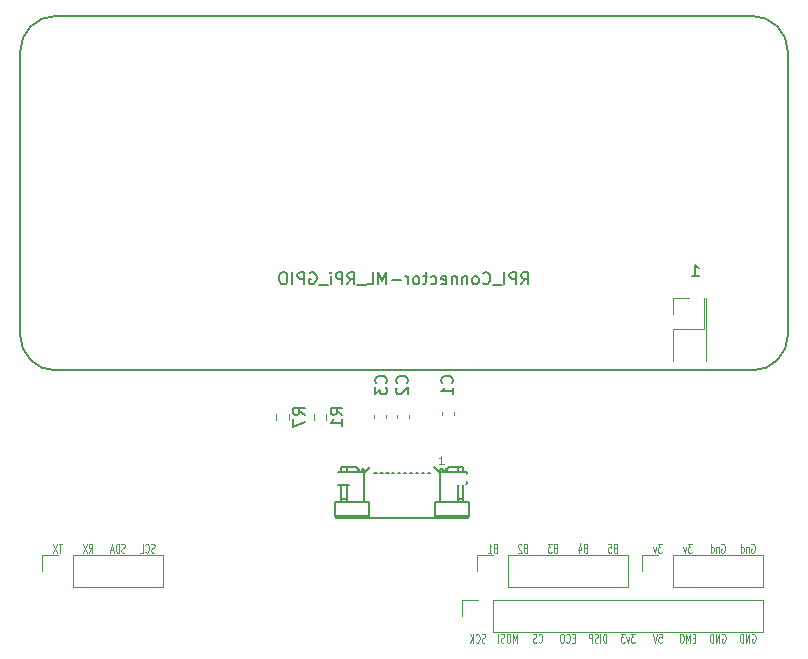
<source format=gbr>
%TF.GenerationSoftware,KiCad,Pcbnew,(5.1.9)-1*%
%TF.CreationDate,2021-11-21T17:51:24+01:00*%
%TF.ProjectId,MemoryBrakout,4d656d6f-7279-4427-9261-6b6f75742e6b,rev?*%
%TF.SameCoordinates,Original*%
%TF.FileFunction,Legend,Bot*%
%TF.FilePolarity,Positive*%
%FSLAX46Y46*%
G04 Gerber Fmt 4.6, Leading zero omitted, Abs format (unit mm)*
G04 Created by KiCad (PCBNEW (5.1.9)-1) date 2021-11-21 17:51:24*
%MOMM*%
%LPD*%
G01*
G04 APERTURE LIST*
%ADD10C,0.125000*%
%ADD11C,0.120000*%
%ADD12C,0.150000*%
%ADD13C,0.200000*%
%ADD14C,0.080000*%
G04 APERTURE END LIST*
D10*
X211200952Y-100590000D02*
X211248571Y-100554285D01*
X211320000Y-100554285D01*
X211391428Y-100590000D01*
X211439047Y-100661428D01*
X211462857Y-100732857D01*
X211486666Y-100875714D01*
X211486666Y-100982857D01*
X211462857Y-101125714D01*
X211439047Y-101197142D01*
X211391428Y-101268571D01*
X211320000Y-101304285D01*
X211272380Y-101304285D01*
X211200952Y-101268571D01*
X211177142Y-101232857D01*
X211177142Y-100982857D01*
X211272380Y-100982857D01*
X210962857Y-101304285D02*
X210962857Y-100554285D01*
X210677142Y-101304285D01*
X210677142Y-100554285D01*
X210439047Y-101304285D02*
X210439047Y-100554285D01*
X210320000Y-100554285D01*
X210248571Y-100590000D01*
X210200952Y-100661428D01*
X210177142Y-100732857D01*
X210153333Y-100875714D01*
X210153333Y-100982857D01*
X210177142Y-101125714D01*
X210200952Y-101197142D01*
X210248571Y-101268571D01*
X210320000Y-101304285D01*
X210439047Y-101304285D01*
X208660952Y-100590000D02*
X208708571Y-100554285D01*
X208780000Y-100554285D01*
X208851428Y-100590000D01*
X208899047Y-100661428D01*
X208922857Y-100732857D01*
X208946666Y-100875714D01*
X208946666Y-100982857D01*
X208922857Y-101125714D01*
X208899047Y-101197142D01*
X208851428Y-101268571D01*
X208780000Y-101304285D01*
X208732380Y-101304285D01*
X208660952Y-101268571D01*
X208637142Y-101232857D01*
X208637142Y-100982857D01*
X208732380Y-100982857D01*
X208422857Y-101304285D02*
X208422857Y-100554285D01*
X208137142Y-101304285D01*
X208137142Y-100554285D01*
X207899047Y-101304285D02*
X207899047Y-100554285D01*
X207780000Y-100554285D01*
X207708571Y-100590000D01*
X207660952Y-100661428D01*
X207637142Y-100732857D01*
X207613333Y-100875714D01*
X207613333Y-100982857D01*
X207637142Y-101125714D01*
X207660952Y-101197142D01*
X207708571Y-101268571D01*
X207780000Y-101304285D01*
X207899047Y-101304285D01*
X206394761Y-100911428D02*
X206228095Y-100911428D01*
X206156666Y-101304285D02*
X206394761Y-101304285D01*
X206394761Y-100554285D01*
X206156666Y-100554285D01*
X205942380Y-101304285D02*
X205942380Y-100554285D01*
X205775714Y-101090000D01*
X205609047Y-100554285D01*
X205609047Y-101304285D01*
X205275714Y-100554285D02*
X205180476Y-100554285D01*
X205132857Y-100590000D01*
X205085238Y-100661428D01*
X205061428Y-100804285D01*
X205061428Y-101054285D01*
X205085238Y-101197142D01*
X205132857Y-101268571D01*
X205180476Y-101304285D01*
X205275714Y-101304285D01*
X205323333Y-101268571D01*
X205370952Y-101197142D01*
X205394761Y-101054285D01*
X205394761Y-100804285D01*
X205370952Y-100661428D01*
X205323333Y-100590000D01*
X205275714Y-100554285D01*
X203295238Y-100554285D02*
X203533333Y-100554285D01*
X203557142Y-100911428D01*
X203533333Y-100875714D01*
X203485714Y-100840000D01*
X203366666Y-100840000D01*
X203319047Y-100875714D01*
X203295238Y-100911428D01*
X203271428Y-100982857D01*
X203271428Y-101161428D01*
X203295238Y-101232857D01*
X203319047Y-101268571D01*
X203366666Y-101304285D01*
X203485714Y-101304285D01*
X203533333Y-101268571D01*
X203557142Y-101232857D01*
X203128571Y-100554285D02*
X202961904Y-101304285D01*
X202795238Y-100554285D01*
X201255238Y-100554285D02*
X200945714Y-100554285D01*
X201112380Y-100840000D01*
X201040952Y-100840000D01*
X200993333Y-100875714D01*
X200969523Y-100911428D01*
X200945714Y-100982857D01*
X200945714Y-101161428D01*
X200969523Y-101232857D01*
X200993333Y-101268571D01*
X201040952Y-101304285D01*
X201183809Y-101304285D01*
X201231428Y-101268571D01*
X201255238Y-101232857D01*
X200779047Y-100804285D02*
X200660000Y-101304285D01*
X200540952Y-100804285D01*
X200398095Y-100554285D02*
X200088571Y-100554285D01*
X200255238Y-100840000D01*
X200183809Y-100840000D01*
X200136190Y-100875714D01*
X200112380Y-100911428D01*
X200088571Y-100982857D01*
X200088571Y-101161428D01*
X200112380Y-101232857D01*
X200136190Y-101268571D01*
X200183809Y-101304285D01*
X200326666Y-101304285D01*
X200374285Y-101268571D01*
X200398095Y-101232857D01*
X198858095Y-101304285D02*
X198858095Y-100554285D01*
X198739047Y-100554285D01*
X198667619Y-100590000D01*
X198620000Y-100661428D01*
X198596190Y-100732857D01*
X198572380Y-100875714D01*
X198572380Y-100982857D01*
X198596190Y-101125714D01*
X198620000Y-101197142D01*
X198667619Y-101268571D01*
X198739047Y-101304285D01*
X198858095Y-101304285D01*
X198358095Y-101304285D02*
X198358095Y-100554285D01*
X198143809Y-101268571D02*
X198072380Y-101304285D01*
X197953333Y-101304285D01*
X197905714Y-101268571D01*
X197881904Y-101232857D01*
X197858095Y-101161428D01*
X197858095Y-101090000D01*
X197881904Y-101018571D01*
X197905714Y-100982857D01*
X197953333Y-100947142D01*
X198048571Y-100911428D01*
X198096190Y-100875714D01*
X198120000Y-100840000D01*
X198143809Y-100768571D01*
X198143809Y-100697142D01*
X198120000Y-100625714D01*
X198096190Y-100590000D01*
X198048571Y-100554285D01*
X197929523Y-100554285D01*
X197858095Y-100590000D01*
X197643809Y-101304285D02*
X197643809Y-100554285D01*
X197453333Y-100554285D01*
X197405714Y-100590000D01*
X197381904Y-100625714D01*
X197358095Y-100697142D01*
X197358095Y-100804285D01*
X197381904Y-100875714D01*
X197405714Y-100911428D01*
X197453333Y-100947142D01*
X197643809Y-100947142D01*
X196199047Y-100911428D02*
X196032380Y-100911428D01*
X195960952Y-101304285D02*
X196199047Y-101304285D01*
X196199047Y-100554285D01*
X195960952Y-100554285D01*
X195460952Y-101232857D02*
X195484761Y-101268571D01*
X195556190Y-101304285D01*
X195603809Y-101304285D01*
X195675238Y-101268571D01*
X195722857Y-101197142D01*
X195746666Y-101125714D01*
X195770476Y-100982857D01*
X195770476Y-100875714D01*
X195746666Y-100732857D01*
X195722857Y-100661428D01*
X195675238Y-100590000D01*
X195603809Y-100554285D01*
X195556190Y-100554285D01*
X195484761Y-100590000D01*
X195460952Y-100625714D01*
X195151428Y-100554285D02*
X195056190Y-100554285D01*
X195008571Y-100590000D01*
X194960952Y-100661428D01*
X194937142Y-100804285D01*
X194937142Y-101054285D01*
X194960952Y-101197142D01*
X195008571Y-101268571D01*
X195056190Y-101304285D01*
X195151428Y-101304285D01*
X195199047Y-101268571D01*
X195246666Y-101197142D01*
X195270476Y-101054285D01*
X195270476Y-100804285D01*
X195246666Y-100661428D01*
X195199047Y-100590000D01*
X195151428Y-100554285D01*
X193123333Y-101232857D02*
X193147142Y-101268571D01*
X193218571Y-101304285D01*
X193266190Y-101304285D01*
X193337619Y-101268571D01*
X193385238Y-101197142D01*
X193409047Y-101125714D01*
X193432857Y-100982857D01*
X193432857Y-100875714D01*
X193409047Y-100732857D01*
X193385238Y-100661428D01*
X193337619Y-100590000D01*
X193266190Y-100554285D01*
X193218571Y-100554285D01*
X193147142Y-100590000D01*
X193123333Y-100625714D01*
X192932857Y-101268571D02*
X192861428Y-101304285D01*
X192742380Y-101304285D01*
X192694761Y-101268571D01*
X192670952Y-101232857D01*
X192647142Y-101161428D01*
X192647142Y-101090000D01*
X192670952Y-101018571D01*
X192694761Y-100982857D01*
X192742380Y-100947142D01*
X192837619Y-100911428D01*
X192885238Y-100875714D01*
X192909047Y-100840000D01*
X192932857Y-100768571D01*
X192932857Y-100697142D01*
X192909047Y-100625714D01*
X192885238Y-100590000D01*
X192837619Y-100554285D01*
X192718571Y-100554285D01*
X192647142Y-100590000D01*
X191285714Y-101304285D02*
X191285714Y-100554285D01*
X191119047Y-101090000D01*
X190952380Y-100554285D01*
X190952380Y-101304285D01*
X190619047Y-100554285D02*
X190523809Y-100554285D01*
X190476190Y-100590000D01*
X190428571Y-100661428D01*
X190404761Y-100804285D01*
X190404761Y-101054285D01*
X190428571Y-101197142D01*
X190476190Y-101268571D01*
X190523809Y-101304285D01*
X190619047Y-101304285D01*
X190666666Y-101268571D01*
X190714285Y-101197142D01*
X190738095Y-101054285D01*
X190738095Y-100804285D01*
X190714285Y-100661428D01*
X190666666Y-100590000D01*
X190619047Y-100554285D01*
X190214285Y-101268571D02*
X190142857Y-101304285D01*
X190023809Y-101304285D01*
X189976190Y-101268571D01*
X189952380Y-101232857D01*
X189928571Y-101161428D01*
X189928571Y-101090000D01*
X189952380Y-101018571D01*
X189976190Y-100982857D01*
X190023809Y-100947142D01*
X190119047Y-100911428D01*
X190166666Y-100875714D01*
X190190476Y-100840000D01*
X190214285Y-100768571D01*
X190214285Y-100697142D01*
X190190476Y-100625714D01*
X190166666Y-100590000D01*
X190119047Y-100554285D01*
X190000000Y-100554285D01*
X189928571Y-100590000D01*
X189714285Y-101304285D02*
X189714285Y-100554285D01*
X188602857Y-101268571D02*
X188531428Y-101304285D01*
X188412380Y-101304285D01*
X188364761Y-101268571D01*
X188340952Y-101232857D01*
X188317142Y-101161428D01*
X188317142Y-101090000D01*
X188340952Y-101018571D01*
X188364761Y-100982857D01*
X188412380Y-100947142D01*
X188507619Y-100911428D01*
X188555238Y-100875714D01*
X188579047Y-100840000D01*
X188602857Y-100768571D01*
X188602857Y-100697142D01*
X188579047Y-100625714D01*
X188555238Y-100590000D01*
X188507619Y-100554285D01*
X188388571Y-100554285D01*
X188317142Y-100590000D01*
X187817142Y-101232857D02*
X187840952Y-101268571D01*
X187912380Y-101304285D01*
X187960000Y-101304285D01*
X188031428Y-101268571D01*
X188079047Y-101197142D01*
X188102857Y-101125714D01*
X188126666Y-100982857D01*
X188126666Y-100875714D01*
X188102857Y-100732857D01*
X188079047Y-100661428D01*
X188031428Y-100590000D01*
X187960000Y-100554285D01*
X187912380Y-100554285D01*
X187840952Y-100590000D01*
X187817142Y-100625714D01*
X187602857Y-101304285D02*
X187602857Y-100554285D01*
X187317142Y-101304285D02*
X187531428Y-100875714D01*
X187317142Y-100554285D02*
X187602857Y-100982857D01*
X211141428Y-92970000D02*
X211189047Y-92934285D01*
X211260476Y-92934285D01*
X211331904Y-92970000D01*
X211379523Y-93041428D01*
X211403333Y-93112857D01*
X211427142Y-93255714D01*
X211427142Y-93362857D01*
X211403333Y-93505714D01*
X211379523Y-93577142D01*
X211331904Y-93648571D01*
X211260476Y-93684285D01*
X211212857Y-93684285D01*
X211141428Y-93648571D01*
X211117619Y-93612857D01*
X211117619Y-93362857D01*
X211212857Y-93362857D01*
X210903333Y-93184285D02*
X210903333Y-93684285D01*
X210903333Y-93255714D02*
X210879523Y-93220000D01*
X210831904Y-93184285D01*
X210760476Y-93184285D01*
X210712857Y-93220000D01*
X210689047Y-93291428D01*
X210689047Y-93684285D01*
X210236666Y-93684285D02*
X210236666Y-92934285D01*
X210236666Y-93648571D02*
X210284285Y-93684285D01*
X210379523Y-93684285D01*
X210427142Y-93648571D01*
X210450952Y-93612857D01*
X210474761Y-93541428D01*
X210474761Y-93327142D01*
X210450952Y-93255714D01*
X210427142Y-93220000D01*
X210379523Y-93184285D01*
X210284285Y-93184285D01*
X210236666Y-93220000D01*
X208601428Y-92970000D02*
X208649047Y-92934285D01*
X208720476Y-92934285D01*
X208791904Y-92970000D01*
X208839523Y-93041428D01*
X208863333Y-93112857D01*
X208887142Y-93255714D01*
X208887142Y-93362857D01*
X208863333Y-93505714D01*
X208839523Y-93577142D01*
X208791904Y-93648571D01*
X208720476Y-93684285D01*
X208672857Y-93684285D01*
X208601428Y-93648571D01*
X208577619Y-93612857D01*
X208577619Y-93362857D01*
X208672857Y-93362857D01*
X208363333Y-93184285D02*
X208363333Y-93684285D01*
X208363333Y-93255714D02*
X208339523Y-93220000D01*
X208291904Y-93184285D01*
X208220476Y-93184285D01*
X208172857Y-93220000D01*
X208149047Y-93291428D01*
X208149047Y-93684285D01*
X207696666Y-93684285D02*
X207696666Y-92934285D01*
X207696666Y-93648571D02*
X207744285Y-93684285D01*
X207839523Y-93684285D01*
X207887142Y-93648571D01*
X207910952Y-93612857D01*
X207934761Y-93541428D01*
X207934761Y-93327142D01*
X207910952Y-93255714D01*
X207887142Y-93220000D01*
X207839523Y-93184285D01*
X207744285Y-93184285D01*
X207696666Y-93220000D01*
X203557142Y-92934285D02*
X203247619Y-92934285D01*
X203414285Y-93220000D01*
X203342857Y-93220000D01*
X203295238Y-93255714D01*
X203271428Y-93291428D01*
X203247619Y-93362857D01*
X203247619Y-93541428D01*
X203271428Y-93612857D01*
X203295238Y-93648571D01*
X203342857Y-93684285D01*
X203485714Y-93684285D01*
X203533333Y-93648571D01*
X203557142Y-93612857D01*
X203080952Y-93184285D02*
X202961904Y-93684285D01*
X202842857Y-93184285D01*
X206097142Y-92934285D02*
X205787619Y-92934285D01*
X205954285Y-93220000D01*
X205882857Y-93220000D01*
X205835238Y-93255714D01*
X205811428Y-93291428D01*
X205787619Y-93362857D01*
X205787619Y-93541428D01*
X205811428Y-93612857D01*
X205835238Y-93648571D01*
X205882857Y-93684285D01*
X206025714Y-93684285D01*
X206073333Y-93648571D01*
X206097142Y-93612857D01*
X205620952Y-93184285D02*
X205501904Y-93684285D01*
X205382857Y-93184285D01*
X199592380Y-93291428D02*
X199520952Y-93327142D01*
X199497142Y-93362857D01*
X199473333Y-93434285D01*
X199473333Y-93541428D01*
X199497142Y-93612857D01*
X199520952Y-93648571D01*
X199568571Y-93684285D01*
X199759047Y-93684285D01*
X199759047Y-92934285D01*
X199592380Y-92934285D01*
X199544761Y-92970000D01*
X199520952Y-93005714D01*
X199497142Y-93077142D01*
X199497142Y-93148571D01*
X199520952Y-93220000D01*
X199544761Y-93255714D01*
X199592380Y-93291428D01*
X199759047Y-93291428D01*
X199020952Y-92934285D02*
X199259047Y-92934285D01*
X199282857Y-93291428D01*
X199259047Y-93255714D01*
X199211428Y-93220000D01*
X199092380Y-93220000D01*
X199044761Y-93255714D01*
X199020952Y-93291428D01*
X198997142Y-93362857D01*
X198997142Y-93541428D01*
X199020952Y-93612857D01*
X199044761Y-93648571D01*
X199092380Y-93684285D01*
X199211428Y-93684285D01*
X199259047Y-93648571D01*
X199282857Y-93612857D01*
X197052380Y-93291428D02*
X196980952Y-93327142D01*
X196957142Y-93362857D01*
X196933333Y-93434285D01*
X196933333Y-93541428D01*
X196957142Y-93612857D01*
X196980952Y-93648571D01*
X197028571Y-93684285D01*
X197219047Y-93684285D01*
X197219047Y-92934285D01*
X197052380Y-92934285D01*
X197004761Y-92970000D01*
X196980952Y-93005714D01*
X196957142Y-93077142D01*
X196957142Y-93148571D01*
X196980952Y-93220000D01*
X197004761Y-93255714D01*
X197052380Y-93291428D01*
X197219047Y-93291428D01*
X196504761Y-93184285D02*
X196504761Y-93684285D01*
X196623809Y-92898571D02*
X196742857Y-93434285D01*
X196433333Y-93434285D01*
X194512380Y-93291428D02*
X194440952Y-93327142D01*
X194417142Y-93362857D01*
X194393333Y-93434285D01*
X194393333Y-93541428D01*
X194417142Y-93612857D01*
X194440952Y-93648571D01*
X194488571Y-93684285D01*
X194679047Y-93684285D01*
X194679047Y-92934285D01*
X194512380Y-92934285D01*
X194464761Y-92970000D01*
X194440952Y-93005714D01*
X194417142Y-93077142D01*
X194417142Y-93148571D01*
X194440952Y-93220000D01*
X194464761Y-93255714D01*
X194512380Y-93291428D01*
X194679047Y-93291428D01*
X194226666Y-92934285D02*
X193917142Y-92934285D01*
X194083809Y-93220000D01*
X194012380Y-93220000D01*
X193964761Y-93255714D01*
X193940952Y-93291428D01*
X193917142Y-93362857D01*
X193917142Y-93541428D01*
X193940952Y-93612857D01*
X193964761Y-93648571D01*
X194012380Y-93684285D01*
X194155238Y-93684285D01*
X194202857Y-93648571D01*
X194226666Y-93612857D01*
X191972380Y-93291428D02*
X191900952Y-93327142D01*
X191877142Y-93362857D01*
X191853333Y-93434285D01*
X191853333Y-93541428D01*
X191877142Y-93612857D01*
X191900952Y-93648571D01*
X191948571Y-93684285D01*
X192139047Y-93684285D01*
X192139047Y-92934285D01*
X191972380Y-92934285D01*
X191924761Y-92970000D01*
X191900952Y-93005714D01*
X191877142Y-93077142D01*
X191877142Y-93148571D01*
X191900952Y-93220000D01*
X191924761Y-93255714D01*
X191972380Y-93291428D01*
X192139047Y-93291428D01*
X191662857Y-93005714D02*
X191639047Y-92970000D01*
X191591428Y-92934285D01*
X191472380Y-92934285D01*
X191424761Y-92970000D01*
X191400952Y-93005714D01*
X191377142Y-93077142D01*
X191377142Y-93148571D01*
X191400952Y-93255714D01*
X191686666Y-93684285D01*
X191377142Y-93684285D01*
X189432380Y-93291428D02*
X189360952Y-93327142D01*
X189337142Y-93362857D01*
X189313333Y-93434285D01*
X189313333Y-93541428D01*
X189337142Y-93612857D01*
X189360952Y-93648571D01*
X189408571Y-93684285D01*
X189599047Y-93684285D01*
X189599047Y-92934285D01*
X189432380Y-92934285D01*
X189384761Y-92970000D01*
X189360952Y-93005714D01*
X189337142Y-93077142D01*
X189337142Y-93148571D01*
X189360952Y-93220000D01*
X189384761Y-93255714D01*
X189432380Y-93291428D01*
X189599047Y-93291428D01*
X188837142Y-93684285D02*
X189122857Y-93684285D01*
X188980000Y-93684285D02*
X188980000Y-92934285D01*
X189027619Y-93041428D01*
X189075238Y-93112857D01*
X189122857Y-93148571D01*
X160615238Y-93648571D02*
X160543809Y-93684285D01*
X160424761Y-93684285D01*
X160377142Y-93648571D01*
X160353333Y-93612857D01*
X160329523Y-93541428D01*
X160329523Y-93470000D01*
X160353333Y-93398571D01*
X160377142Y-93362857D01*
X160424761Y-93327142D01*
X160520000Y-93291428D01*
X160567619Y-93255714D01*
X160591428Y-93220000D01*
X160615238Y-93148571D01*
X160615238Y-93077142D01*
X160591428Y-93005714D01*
X160567619Y-92970000D01*
X160520000Y-92934285D01*
X160400952Y-92934285D01*
X160329523Y-92970000D01*
X159829523Y-93612857D02*
X159853333Y-93648571D01*
X159924761Y-93684285D01*
X159972380Y-93684285D01*
X160043809Y-93648571D01*
X160091428Y-93577142D01*
X160115238Y-93505714D01*
X160139047Y-93362857D01*
X160139047Y-93255714D01*
X160115238Y-93112857D01*
X160091428Y-93041428D01*
X160043809Y-92970000D01*
X159972380Y-92934285D01*
X159924761Y-92934285D01*
X159853333Y-92970000D01*
X159829523Y-93005714D01*
X159377142Y-93684285D02*
X159615238Y-93684285D01*
X159615238Y-92934285D01*
X158087142Y-93648571D02*
X158015714Y-93684285D01*
X157896666Y-93684285D01*
X157849047Y-93648571D01*
X157825238Y-93612857D01*
X157801428Y-93541428D01*
X157801428Y-93470000D01*
X157825238Y-93398571D01*
X157849047Y-93362857D01*
X157896666Y-93327142D01*
X157991904Y-93291428D01*
X158039523Y-93255714D01*
X158063333Y-93220000D01*
X158087142Y-93148571D01*
X158087142Y-93077142D01*
X158063333Y-93005714D01*
X158039523Y-92970000D01*
X157991904Y-92934285D01*
X157872857Y-92934285D01*
X157801428Y-92970000D01*
X157587142Y-93684285D02*
X157587142Y-92934285D01*
X157468095Y-92934285D01*
X157396666Y-92970000D01*
X157349047Y-93041428D01*
X157325238Y-93112857D01*
X157301428Y-93255714D01*
X157301428Y-93362857D01*
X157325238Y-93505714D01*
X157349047Y-93577142D01*
X157396666Y-93648571D01*
X157468095Y-93684285D01*
X157587142Y-93684285D01*
X157110952Y-93470000D02*
X156872857Y-93470000D01*
X157158571Y-93684285D02*
X156991904Y-92934285D01*
X156825238Y-93684285D01*
X155023333Y-93684285D02*
X155190000Y-93327142D01*
X155309047Y-93684285D02*
X155309047Y-92934285D01*
X155118571Y-92934285D01*
X155070952Y-92970000D01*
X155047142Y-93005714D01*
X155023333Y-93077142D01*
X155023333Y-93184285D01*
X155047142Y-93255714D01*
X155070952Y-93291428D01*
X155118571Y-93327142D01*
X155309047Y-93327142D01*
X154856666Y-92934285D02*
X154523333Y-93684285D01*
X154523333Y-92934285D02*
X154856666Y-93684285D01*
X152780952Y-92934285D02*
X152495238Y-92934285D01*
X152638095Y-93684285D02*
X152638095Y-92934285D01*
X152376190Y-92934285D02*
X152042857Y-93684285D01*
X152042857Y-92934285D02*
X152376190Y-93684285D01*
D11*
%TO.C,C1*%
X185930000Y-82061267D02*
X185930000Y-81768733D01*
X184910000Y-82061267D02*
X184910000Y-81768733D01*
%TO.C,C2*%
X181100000Y-82288767D02*
X181100000Y-81996233D01*
X182120000Y-82288767D02*
X182120000Y-81996233D01*
%TO.C,C3*%
X180215000Y-82288767D02*
X180215000Y-81996233D01*
X179195000Y-82288767D02*
X179195000Y-81996233D01*
D12*
%TO.C,J1*%
X149225000Y-51260000D02*
X149225000Y-75260000D01*
X211225000Y-48260000D02*
X152225000Y-48260000D01*
X152225000Y-78260000D02*
X211225000Y-78260000D01*
X214225000Y-75260000D02*
X214225000Y-51260000D01*
D11*
X207275000Y-72120000D02*
X207275000Y-77440000D01*
X204495000Y-77440000D02*
X204495000Y-74780000D01*
X204495000Y-74780000D02*
X207155000Y-74780000D01*
X207155000Y-74780000D02*
X207155000Y-72120000D01*
X205885000Y-72120000D02*
X204495000Y-72120000D01*
X204495000Y-72120000D02*
X204495000Y-73510000D01*
D12*
X214225000Y-75260000D02*
G75*
G02*
X211225000Y-78260000I-3000000J0D01*
G01*
X211225000Y-48260000D02*
G75*
G02*
X214225000Y-51260000I0J-3000000D01*
G01*
X149225000Y-51260000D02*
G75*
G02*
X152225000Y-48260000I3000000J0D01*
G01*
X152225000Y-78260000D02*
G75*
G02*
X149225000Y-75260000I0J3000000D01*
G01*
D11*
%TO.C,J2*%
X200720000Y-93920000D02*
X200720000Y-96580000D01*
X190500000Y-93920000D02*
X200720000Y-93920000D01*
X190500000Y-96580000D02*
X200720000Y-96580000D01*
X190500000Y-93920000D02*
X190500000Y-96580000D01*
X189230000Y-93920000D02*
X187900000Y-93920000D01*
X187900000Y-93920000D02*
X187900000Y-95250000D01*
%TO.C,J3*%
X212150000Y-97730000D02*
X212150000Y-100390000D01*
X189230000Y-97730000D02*
X212150000Y-97730000D01*
X189230000Y-100390000D02*
X212150000Y-100390000D01*
X189230000Y-97730000D02*
X189230000Y-100390000D01*
X187960000Y-97730000D02*
X186630000Y-97730000D01*
X186630000Y-97730000D02*
X186630000Y-99060000D01*
%TO.C,J4*%
X151070000Y-93920000D02*
X151070000Y-95250000D01*
X152400000Y-93920000D02*
X151070000Y-93920000D01*
X153670000Y-93920000D02*
X153670000Y-96580000D01*
X153670000Y-96580000D02*
X161350000Y-96580000D01*
X153670000Y-93920000D02*
X161350000Y-93920000D01*
X161350000Y-93920000D02*
X161350000Y-96580000D01*
%TO.C,J5*%
X212150000Y-93920000D02*
X212150000Y-96580000D01*
X204470000Y-93920000D02*
X212150000Y-93920000D01*
X204470000Y-96580000D02*
X212150000Y-96580000D01*
X204470000Y-93920000D02*
X204470000Y-96580000D01*
X203200000Y-93920000D02*
X201870000Y-93920000D01*
X201870000Y-93920000D02*
X201870000Y-95250000D01*
%TO.C,R1*%
X174102500Y-82447224D02*
X174102500Y-81937776D01*
X175147500Y-82447224D02*
X175147500Y-81937776D01*
%TO.C,R7*%
X171972500Y-82447224D02*
X171972500Y-81937776D01*
X170927500Y-82447224D02*
X170927500Y-81937776D01*
D13*
%TO.C,U1*%
X184370200Y-89423600D02*
X187270200Y-89423600D01*
X175870200Y-89423600D02*
X178770200Y-89423600D01*
X183420200Y-86923600D02*
X183220200Y-86923600D01*
X181420200Y-86923600D02*
X181220200Y-86923600D01*
X177940200Y-86723600D02*
X177940200Y-86823600D01*
X185500200Y-86423600D02*
X186720200Y-86423600D01*
X179920200Y-86923600D02*
X179720200Y-86923600D01*
X186270200Y-86423600D02*
X186270200Y-86823600D01*
X176870200Y-86423600D02*
X176870200Y-86823600D01*
X180920200Y-86923600D02*
X180720200Y-86923600D01*
X178340200Y-89423600D02*
X178340200Y-86623600D01*
X181920200Y-86923600D02*
X181720200Y-86923600D01*
X185200200Y-86823600D02*
X185200200Y-86723600D01*
X178840200Y-86423600D02*
X178340200Y-86923600D01*
X177790200Y-86823600D02*
X177790200Y-86573600D01*
X185350200Y-86573600D02*
X185350200Y-86823600D01*
X182420200Y-86923600D02*
X182220200Y-86923600D01*
X182920200Y-86923600D02*
X182720200Y-86923600D01*
X184800200Y-86923600D02*
X184300200Y-86423600D01*
X186270200Y-87923600D02*
X186270200Y-89423600D01*
X183920200Y-86923600D02*
X183720200Y-86923600D01*
X176420200Y-86423600D02*
X177640200Y-86423600D01*
X178770200Y-90723600D02*
X178770200Y-89423600D01*
X184370200Y-90723600D02*
X184370200Y-89423600D01*
X180420200Y-86923600D02*
X180220200Y-86923600D01*
X184800200Y-86623600D02*
X184800200Y-89423600D01*
X185500200Y-86423600D02*
X185200200Y-86723600D01*
X179420200Y-86923600D02*
X179220200Y-86923600D01*
X177940200Y-86723600D02*
X177640200Y-86423600D01*
X176870200Y-87923600D02*
X176870200Y-89423600D01*
X176420200Y-89173600D02*
X176870200Y-89173600D01*
X186270200Y-89173600D02*
X186720200Y-89173600D01*
X187000200Y-86823600D02*
X184800200Y-86823600D01*
X184370200Y-90623600D02*
X187270200Y-90623600D01*
X176420200Y-86823600D02*
X176420200Y-86423600D01*
X175870200Y-90623600D02*
X178770200Y-90623600D01*
X176420200Y-87923600D02*
X176420200Y-89173600D01*
X175970200Y-90723600D02*
X187170200Y-90723600D01*
X178140200Y-86623600D02*
X178340200Y-86623600D01*
X178140200Y-86623600D02*
X178140200Y-86823600D01*
X185000200Y-86823600D02*
X185000200Y-86623600D01*
X187270200Y-90623600D02*
X187270200Y-89423600D01*
X186720200Y-86423600D02*
X186720200Y-86823600D01*
X176140200Y-87923600D02*
X177040200Y-87923600D01*
X186720200Y-87923600D02*
X186720200Y-89173600D01*
X175870200Y-90623600D02*
X175870200Y-89423600D01*
X185000200Y-86623600D02*
X184800200Y-86623600D01*
X176140200Y-86823600D02*
X178340200Y-86823600D01*
X178770199Y-90623600D02*
G75*
G02*
X178670200Y-90723599I-99999J0D01*
G01*
X187270199Y-90623600D02*
G75*
G02*
X187170200Y-90723599I-99999J0D01*
G01*
X187021030Y-87725684D02*
G75*
G02*
X187000722Y-87923600I-20308J-97916D01*
G01*
X187000201Y-86823600D02*
G75*
G02*
X187020621Y-87021493I-1J-100000D01*
G01*
X184470200Y-90723600D02*
G75*
G02*
X184370200Y-90623600I0J100000D01*
G01*
X186970200Y-89423601D02*
G75*
G02*
X186720199Y-89173600I0J250001D01*
G01*
X175970200Y-90723599D02*
G75*
G02*
X175870201Y-90623600I0J99999D01*
G01*
X176420200Y-89173600D02*
G75*
G02*
X176170200Y-89423600I-250000J0D01*
G01*
%TO.C,C1*%
D12*
X185777142Y-79335333D02*
X185824761Y-79287714D01*
X185872380Y-79144857D01*
X185872380Y-79049619D01*
X185824761Y-78906761D01*
X185729523Y-78811523D01*
X185634285Y-78763904D01*
X185443809Y-78716285D01*
X185300952Y-78716285D01*
X185110476Y-78763904D01*
X185015238Y-78811523D01*
X184920000Y-78906761D01*
X184872380Y-79049619D01*
X184872380Y-79144857D01*
X184920000Y-79287714D01*
X184967619Y-79335333D01*
X185872380Y-80287714D02*
X185872380Y-79716285D01*
X185872380Y-80002000D02*
X184872380Y-80002000D01*
X185015238Y-79906761D01*
X185110476Y-79811523D01*
X185158095Y-79716285D01*
%TO.C,C2*%
X181967142Y-79335333D02*
X182014761Y-79287714D01*
X182062380Y-79144857D01*
X182062380Y-79049619D01*
X182014761Y-78906761D01*
X181919523Y-78811523D01*
X181824285Y-78763904D01*
X181633809Y-78716285D01*
X181490952Y-78716285D01*
X181300476Y-78763904D01*
X181205238Y-78811523D01*
X181110000Y-78906761D01*
X181062380Y-79049619D01*
X181062380Y-79144857D01*
X181110000Y-79287714D01*
X181157619Y-79335333D01*
X181157619Y-79716285D02*
X181110000Y-79763904D01*
X181062380Y-79859142D01*
X181062380Y-80097238D01*
X181110000Y-80192476D01*
X181157619Y-80240095D01*
X181252857Y-80287714D01*
X181348095Y-80287714D01*
X181490952Y-80240095D01*
X182062380Y-79668666D01*
X182062380Y-80287714D01*
%TO.C,C3*%
X180189142Y-79335333D02*
X180236761Y-79287714D01*
X180284380Y-79144857D01*
X180284380Y-79049619D01*
X180236761Y-78906761D01*
X180141523Y-78811523D01*
X180046285Y-78763904D01*
X179855809Y-78716285D01*
X179712952Y-78716285D01*
X179522476Y-78763904D01*
X179427238Y-78811523D01*
X179332000Y-78906761D01*
X179284380Y-79049619D01*
X179284380Y-79144857D01*
X179332000Y-79287714D01*
X179379619Y-79335333D01*
X179284380Y-79668666D02*
X179284380Y-80287714D01*
X179665333Y-79954380D01*
X179665333Y-80097238D01*
X179712952Y-80192476D01*
X179760571Y-80240095D01*
X179855809Y-80287714D01*
X180093904Y-80287714D01*
X180189142Y-80240095D01*
X180236761Y-80192476D01*
X180284380Y-80097238D01*
X180284380Y-79811523D01*
X180236761Y-79716285D01*
X180189142Y-79668666D01*
%TO.C,J1*%
X191653571Y-70962380D02*
X191986904Y-70486190D01*
X192225000Y-70962380D02*
X192225000Y-69962380D01*
X191844047Y-69962380D01*
X191748809Y-70010000D01*
X191701190Y-70057619D01*
X191653571Y-70152857D01*
X191653571Y-70295714D01*
X191701190Y-70390952D01*
X191748809Y-70438571D01*
X191844047Y-70486190D01*
X192225000Y-70486190D01*
X191225000Y-70962380D02*
X191225000Y-69962380D01*
X190844047Y-69962380D01*
X190748809Y-70010000D01*
X190701190Y-70057619D01*
X190653571Y-70152857D01*
X190653571Y-70295714D01*
X190701190Y-70390952D01*
X190748809Y-70438571D01*
X190844047Y-70486190D01*
X191225000Y-70486190D01*
X190225000Y-70962380D02*
X190225000Y-69962380D01*
X189986904Y-71057619D02*
X189225000Y-71057619D01*
X188415476Y-70867142D02*
X188463095Y-70914761D01*
X188605952Y-70962380D01*
X188701190Y-70962380D01*
X188844047Y-70914761D01*
X188939285Y-70819523D01*
X188986904Y-70724285D01*
X189034523Y-70533809D01*
X189034523Y-70390952D01*
X188986904Y-70200476D01*
X188939285Y-70105238D01*
X188844047Y-70010000D01*
X188701190Y-69962380D01*
X188605952Y-69962380D01*
X188463095Y-70010000D01*
X188415476Y-70057619D01*
X187844047Y-70962380D02*
X187939285Y-70914761D01*
X187986904Y-70867142D01*
X188034523Y-70771904D01*
X188034523Y-70486190D01*
X187986904Y-70390952D01*
X187939285Y-70343333D01*
X187844047Y-70295714D01*
X187701190Y-70295714D01*
X187605952Y-70343333D01*
X187558333Y-70390952D01*
X187510714Y-70486190D01*
X187510714Y-70771904D01*
X187558333Y-70867142D01*
X187605952Y-70914761D01*
X187701190Y-70962380D01*
X187844047Y-70962380D01*
X187082142Y-70295714D02*
X187082142Y-70962380D01*
X187082142Y-70390952D02*
X187034523Y-70343333D01*
X186939285Y-70295714D01*
X186796428Y-70295714D01*
X186701190Y-70343333D01*
X186653571Y-70438571D01*
X186653571Y-70962380D01*
X186177380Y-70295714D02*
X186177380Y-70962380D01*
X186177380Y-70390952D02*
X186129761Y-70343333D01*
X186034523Y-70295714D01*
X185891666Y-70295714D01*
X185796428Y-70343333D01*
X185748809Y-70438571D01*
X185748809Y-70962380D01*
X184891666Y-70914761D02*
X184986904Y-70962380D01*
X185177380Y-70962380D01*
X185272619Y-70914761D01*
X185320238Y-70819523D01*
X185320238Y-70438571D01*
X185272619Y-70343333D01*
X185177380Y-70295714D01*
X184986904Y-70295714D01*
X184891666Y-70343333D01*
X184844047Y-70438571D01*
X184844047Y-70533809D01*
X185320238Y-70629047D01*
X183986904Y-70914761D02*
X184082142Y-70962380D01*
X184272619Y-70962380D01*
X184367857Y-70914761D01*
X184415476Y-70867142D01*
X184463095Y-70771904D01*
X184463095Y-70486190D01*
X184415476Y-70390952D01*
X184367857Y-70343333D01*
X184272619Y-70295714D01*
X184082142Y-70295714D01*
X183986904Y-70343333D01*
X183701190Y-70295714D02*
X183320238Y-70295714D01*
X183558333Y-69962380D02*
X183558333Y-70819523D01*
X183510714Y-70914761D01*
X183415476Y-70962380D01*
X183320238Y-70962380D01*
X182844047Y-70962380D02*
X182939285Y-70914761D01*
X182986904Y-70867142D01*
X183034523Y-70771904D01*
X183034523Y-70486190D01*
X182986904Y-70390952D01*
X182939285Y-70343333D01*
X182844047Y-70295714D01*
X182701190Y-70295714D01*
X182605952Y-70343333D01*
X182558333Y-70390952D01*
X182510714Y-70486190D01*
X182510714Y-70771904D01*
X182558333Y-70867142D01*
X182605952Y-70914761D01*
X182701190Y-70962380D01*
X182844047Y-70962380D01*
X182082142Y-70962380D02*
X182082142Y-70295714D01*
X182082142Y-70486190D02*
X182034523Y-70390952D01*
X181986904Y-70343333D01*
X181891666Y-70295714D01*
X181796428Y-70295714D01*
X181463095Y-70581428D02*
X180701190Y-70581428D01*
X180225000Y-70962380D02*
X180225000Y-69962380D01*
X179891666Y-70676666D01*
X179558333Y-69962380D01*
X179558333Y-70962380D01*
X178605952Y-70962380D02*
X179082142Y-70962380D01*
X179082142Y-69962380D01*
X178510714Y-71057619D02*
X177748809Y-71057619D01*
X176939285Y-70962380D02*
X177272619Y-70486190D01*
X177510714Y-70962380D02*
X177510714Y-69962380D01*
X177129761Y-69962380D01*
X177034523Y-70010000D01*
X176986904Y-70057619D01*
X176939285Y-70152857D01*
X176939285Y-70295714D01*
X176986904Y-70390952D01*
X177034523Y-70438571D01*
X177129761Y-70486190D01*
X177510714Y-70486190D01*
X176510714Y-70962380D02*
X176510714Y-69962380D01*
X176129761Y-69962380D01*
X176034523Y-70010000D01*
X175986904Y-70057619D01*
X175939285Y-70152857D01*
X175939285Y-70295714D01*
X175986904Y-70390952D01*
X176034523Y-70438571D01*
X176129761Y-70486190D01*
X176510714Y-70486190D01*
X175510714Y-70962380D02*
X175510714Y-70295714D01*
X175510714Y-69962380D02*
X175558333Y-70010000D01*
X175510714Y-70057619D01*
X175463095Y-70010000D01*
X175510714Y-69962380D01*
X175510714Y-70057619D01*
X175272619Y-71057619D02*
X174510714Y-71057619D01*
X173748809Y-70010000D02*
X173844047Y-69962380D01*
X173986904Y-69962380D01*
X174129761Y-70010000D01*
X174225000Y-70105238D01*
X174272619Y-70200476D01*
X174320238Y-70390952D01*
X174320238Y-70533809D01*
X174272619Y-70724285D01*
X174225000Y-70819523D01*
X174129761Y-70914761D01*
X173986904Y-70962380D01*
X173891666Y-70962380D01*
X173748809Y-70914761D01*
X173701190Y-70867142D01*
X173701190Y-70533809D01*
X173891666Y-70533809D01*
X173272619Y-70962380D02*
X173272619Y-69962380D01*
X172891666Y-69962380D01*
X172796428Y-70010000D01*
X172748809Y-70057619D01*
X172701190Y-70152857D01*
X172701190Y-70295714D01*
X172748809Y-70390952D01*
X172796428Y-70438571D01*
X172891666Y-70486190D01*
X173272619Y-70486190D01*
X172272619Y-70962380D02*
X172272619Y-69962380D01*
X171605952Y-69962380D02*
X171415476Y-69962380D01*
X171320238Y-70010000D01*
X171225000Y-70105238D01*
X171177380Y-70295714D01*
X171177380Y-70629047D01*
X171225000Y-70819523D01*
X171320238Y-70914761D01*
X171415476Y-70962380D01*
X171605952Y-70962380D01*
X171701190Y-70914761D01*
X171796428Y-70819523D01*
X171844047Y-70629047D01*
X171844047Y-70295714D01*
X171796428Y-70105238D01*
X171701190Y-70010000D01*
X171605952Y-69962380D01*
X206089285Y-70302380D02*
X206660714Y-70302380D01*
X206375000Y-70302380D02*
X206375000Y-69302380D01*
X206470238Y-69445238D01*
X206565476Y-69540476D01*
X206660714Y-69588095D01*
%TO.C,R1*%
X176507380Y-82025833D02*
X176031190Y-81692500D01*
X176507380Y-81454404D02*
X175507380Y-81454404D01*
X175507380Y-81835357D01*
X175555000Y-81930595D01*
X175602619Y-81978214D01*
X175697857Y-82025833D01*
X175840714Y-82025833D01*
X175935952Y-81978214D01*
X175983571Y-81930595D01*
X176031190Y-81835357D01*
X176031190Y-81454404D01*
X176507380Y-82978214D02*
X176507380Y-82406785D01*
X176507380Y-82692500D02*
X175507380Y-82692500D01*
X175650238Y-82597261D01*
X175745476Y-82502023D01*
X175793095Y-82406785D01*
%TO.C,R7*%
X173332380Y-82025833D02*
X172856190Y-81692500D01*
X173332380Y-81454404D02*
X172332380Y-81454404D01*
X172332380Y-81835357D01*
X172380000Y-81930595D01*
X172427619Y-81978214D01*
X172522857Y-82025833D01*
X172665714Y-82025833D01*
X172760952Y-81978214D01*
X172808571Y-81930595D01*
X172856190Y-81835357D01*
X172856190Y-81454404D01*
X172332380Y-82359166D02*
X172332380Y-83025833D01*
X173332380Y-82597261D01*
%TO.C,U1*%
D14*
X185093700Y-86179566D02*
X184693700Y-86179566D01*
X184893700Y-86179566D02*
X184893700Y-85479566D01*
X184827033Y-85579566D01*
X184760366Y-85646233D01*
X184693700Y-85679566D01*
%TD*%
M02*

</source>
